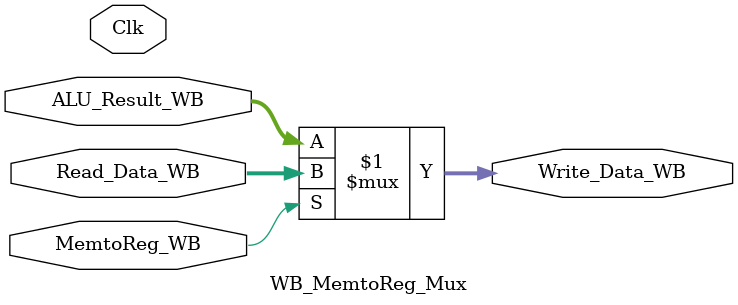
<source format=v>


module WB_MemtoReg_Mux(
				 input Clk,
		       input [31:0]  ALU_Result_WB,
		       input [31:0]  Read_Data_WB,
		       input 	     MemtoReg_WB,
		       output [31:0] Write_Data_WB
		       );

// always@(posedge Clk)
   assign Write_Data_WB = MemtoReg_WB ? Read_Data_WB : ALU_Result_WB;

endmodule // WB_MemtoReg_Mux




   
   

</source>
